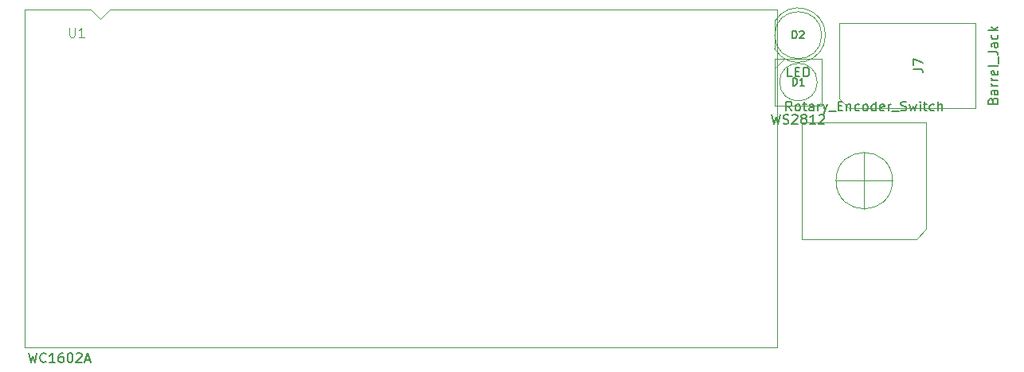
<source format=gbr>
G04 #@! TF.GenerationSoftware,KiCad,Pcbnew,(5.1.4)-1*
G04 #@! TF.CreationDate,2019-11-24T22:27:53-03:30*
G04 #@! TF.ProjectId,Striduino,53747269-6475-4696-9e6f-2e6b69636164,rev?*
G04 #@! TF.SameCoordinates,Original*
G04 #@! TF.FileFunction,Other,Fab,Top*
%FSLAX46Y46*%
G04 Gerber Fmt 4.6, Leading zero omitted, Abs format (unit mm)*
G04 Created by KiCad (PCBNEW (5.1.4)-1) date 2019-11-24 22:27:53*
%MOMM*%
%LPD*%
G04 APERTURE LIST*
%ADD10C,0.100000*%
%ADD11C,0.120000*%
%ADD12C,0.150000*%
%ADD13C,0.200000*%
G04 APERTURE END LIST*
D10*
X59249100Y-113749300D02*
X58249100Y-114749300D01*
X58249100Y-114749300D02*
X57249100Y-113749300D01*
X57249100Y-113749300D02*
X50249100Y-113749300D01*
X59249100Y-113749300D02*
X130249100Y-113749300D01*
X130249100Y-113749300D02*
X130249100Y-149749300D01*
X130249100Y-149749300D02*
X50249100Y-149749300D01*
X50249100Y-149749300D02*
X50249100Y-113749300D01*
X137850000Y-124250000D02*
X136850000Y-123250000D01*
X136850000Y-115250000D02*
X136850000Y-123250000D01*
X136850000Y-115250000D02*
X151350000Y-115250000D01*
X151350000Y-115250000D02*
X151350000Y-124250000D01*
X151350000Y-124250000D02*
X137850000Y-124250000D01*
D11*
X142500000Y-132000000D02*
X136500000Y-132000000D01*
X139500000Y-135000000D02*
X139500000Y-129000000D01*
X146100000Y-137100000D02*
X145100000Y-138200000D01*
X146100000Y-125800000D02*
X146100000Y-137100000D01*
X132900000Y-125800000D02*
X146100000Y-125800000D01*
X132900000Y-138200000D02*
X132900000Y-125800000D01*
X145100000Y-138200000D02*
X132900000Y-138200000D01*
X142500000Y-132000000D02*
G75*
G03X142500000Y-132000000I-3000000J0D01*
G01*
D10*
X130000000Y-120000000D02*
X131000000Y-119000000D01*
X130000000Y-119000000D02*
X135000000Y-119000000D01*
X135000000Y-119000000D02*
X135000000Y-124000000D01*
X135000000Y-124000000D02*
X130000000Y-124000000D01*
X130000000Y-124000000D02*
X130000000Y-119000000D01*
X134500000Y-121500000D02*
G75*
G03X134500000Y-121500000I-2000000J0D01*
G01*
X129979984Y-117969666D02*
G75*
G03X129980000Y-115030306I2500016J1469666D01*
G01*
X134980000Y-116500000D02*
G75*
G03X134980000Y-116500000I-2500000J0D01*
G01*
X129980000Y-115030306D02*
X129980000Y-117969694D01*
D12*
X50677195Y-150361680D02*
X50915290Y-151361680D01*
X51105766Y-150647395D01*
X51296242Y-151361680D01*
X51534338Y-150361680D01*
X52486719Y-151266442D02*
X52439100Y-151314061D01*
X52296242Y-151361680D01*
X52201004Y-151361680D01*
X52058147Y-151314061D01*
X51962909Y-151218823D01*
X51915290Y-151123585D01*
X51867671Y-150933109D01*
X51867671Y-150790252D01*
X51915290Y-150599776D01*
X51962909Y-150504538D01*
X52058147Y-150409300D01*
X52201004Y-150361680D01*
X52296242Y-150361680D01*
X52439100Y-150409300D01*
X52486719Y-150456919D01*
X53439100Y-151361680D02*
X52867671Y-151361680D01*
X53153385Y-151361680D02*
X53153385Y-150361680D01*
X53058147Y-150504538D01*
X52962909Y-150599776D01*
X52867671Y-150647395D01*
X54296242Y-150361680D02*
X54105766Y-150361680D01*
X54010528Y-150409300D01*
X53962909Y-150456919D01*
X53867671Y-150599776D01*
X53820052Y-150790252D01*
X53820052Y-151171204D01*
X53867671Y-151266442D01*
X53915290Y-151314061D01*
X54010528Y-151361680D01*
X54201004Y-151361680D01*
X54296242Y-151314061D01*
X54343861Y-151266442D01*
X54391480Y-151171204D01*
X54391480Y-150933109D01*
X54343861Y-150837871D01*
X54296242Y-150790252D01*
X54201004Y-150742633D01*
X54010528Y-150742633D01*
X53915290Y-150790252D01*
X53867671Y-150837871D01*
X53820052Y-150933109D01*
X55010528Y-150361680D02*
X55105766Y-150361680D01*
X55201004Y-150409300D01*
X55248623Y-150456919D01*
X55296242Y-150552157D01*
X55343861Y-150742633D01*
X55343861Y-150980728D01*
X55296242Y-151171204D01*
X55248623Y-151266442D01*
X55201004Y-151314061D01*
X55105766Y-151361680D01*
X55010528Y-151361680D01*
X54915290Y-151314061D01*
X54867671Y-151266442D01*
X54820052Y-151171204D01*
X54772433Y-150980728D01*
X54772433Y-150742633D01*
X54820052Y-150552157D01*
X54867671Y-150456919D01*
X54915290Y-150409300D01*
X55010528Y-150361680D01*
X55724814Y-150456919D02*
X55772433Y-150409300D01*
X55867671Y-150361680D01*
X56105766Y-150361680D01*
X56201004Y-150409300D01*
X56248623Y-150456919D01*
X56296242Y-150552157D01*
X56296242Y-150647395D01*
X56248623Y-150790252D01*
X55677195Y-151361680D01*
X56296242Y-151361680D01*
X56677195Y-151075966D02*
X57153385Y-151075966D01*
X56581957Y-151361680D02*
X56915290Y-150361680D01*
X57248623Y-151361680D01*
D10*
X54988095Y-115702380D02*
X54988095Y-116511904D01*
X55035714Y-116607142D01*
X55083333Y-116654761D01*
X55178571Y-116702380D01*
X55369047Y-116702380D01*
X55464285Y-116654761D01*
X55511904Y-116607142D01*
X55559523Y-116511904D01*
X55559523Y-115702380D01*
X56559523Y-116702380D02*
X55988095Y-116702380D01*
X56273809Y-116702380D02*
X56273809Y-115702380D01*
X56178571Y-115845238D01*
X56083333Y-115940476D01*
X55988095Y-115988095D01*
D12*
X153178571Y-123488095D02*
X153226190Y-123345238D01*
X153273809Y-123297619D01*
X153369047Y-123250000D01*
X153511904Y-123250000D01*
X153607142Y-123297619D01*
X153654761Y-123345238D01*
X153702380Y-123440476D01*
X153702380Y-123821428D01*
X152702380Y-123821428D01*
X152702380Y-123488095D01*
X152750000Y-123392857D01*
X152797619Y-123345238D01*
X152892857Y-123297619D01*
X152988095Y-123297619D01*
X153083333Y-123345238D01*
X153130952Y-123392857D01*
X153178571Y-123488095D01*
X153178571Y-123821428D01*
X153702380Y-122392857D02*
X153178571Y-122392857D01*
X153083333Y-122440476D01*
X153035714Y-122535714D01*
X153035714Y-122726190D01*
X153083333Y-122821428D01*
X153654761Y-122392857D02*
X153702380Y-122488095D01*
X153702380Y-122726190D01*
X153654761Y-122821428D01*
X153559523Y-122869047D01*
X153464285Y-122869047D01*
X153369047Y-122821428D01*
X153321428Y-122726190D01*
X153321428Y-122488095D01*
X153273809Y-122392857D01*
X153702380Y-121916666D02*
X153035714Y-121916666D01*
X153226190Y-121916666D02*
X153130952Y-121869047D01*
X153083333Y-121821428D01*
X153035714Y-121726190D01*
X153035714Y-121630952D01*
X153702380Y-121297619D02*
X153035714Y-121297619D01*
X153226190Y-121297619D02*
X153130952Y-121250000D01*
X153083333Y-121202380D01*
X153035714Y-121107142D01*
X153035714Y-121011904D01*
X153654761Y-120297619D02*
X153702380Y-120392857D01*
X153702380Y-120583333D01*
X153654761Y-120678571D01*
X153559523Y-120726190D01*
X153178571Y-120726190D01*
X153083333Y-120678571D01*
X153035714Y-120583333D01*
X153035714Y-120392857D01*
X153083333Y-120297619D01*
X153178571Y-120250000D01*
X153273809Y-120250000D01*
X153369047Y-120726190D01*
X153702380Y-119678571D02*
X153654761Y-119773809D01*
X153559523Y-119821428D01*
X152702380Y-119821428D01*
X153797619Y-119535714D02*
X153797619Y-118773809D01*
X152702380Y-118250000D02*
X153416666Y-118250000D01*
X153559523Y-118297619D01*
X153654761Y-118392857D01*
X153702380Y-118535714D01*
X153702380Y-118630952D01*
X153702380Y-117345238D02*
X153178571Y-117345238D01*
X153083333Y-117392857D01*
X153035714Y-117488095D01*
X153035714Y-117678571D01*
X153083333Y-117773809D01*
X153654761Y-117345238D02*
X153702380Y-117440476D01*
X153702380Y-117678571D01*
X153654761Y-117773809D01*
X153559523Y-117821428D01*
X153464285Y-117821428D01*
X153369047Y-117773809D01*
X153321428Y-117678571D01*
X153321428Y-117440476D01*
X153273809Y-117345238D01*
X153654761Y-116440476D02*
X153702380Y-116535714D01*
X153702380Y-116726190D01*
X153654761Y-116821428D01*
X153607142Y-116869047D01*
X153511904Y-116916666D01*
X153226190Y-116916666D01*
X153130952Y-116869047D01*
X153083333Y-116821428D01*
X153035714Y-116726190D01*
X153035714Y-116535714D01*
X153083333Y-116440476D01*
X153702380Y-116011904D02*
X152702380Y-116011904D01*
X153321428Y-115916666D02*
X153702380Y-115630952D01*
X153035714Y-115630952D02*
X153416666Y-116011904D01*
X144702380Y-120083333D02*
X145416666Y-120083333D01*
X145559523Y-120130952D01*
X145654761Y-120226190D01*
X145702380Y-120369047D01*
X145702380Y-120464285D01*
X144702380Y-119702380D02*
X144702380Y-119035714D01*
X145702380Y-119464285D01*
X131785714Y-124552380D02*
X131452380Y-124076190D01*
X131214285Y-124552380D02*
X131214285Y-123552380D01*
X131595238Y-123552380D01*
X131690476Y-123600000D01*
X131738095Y-123647619D01*
X131785714Y-123742857D01*
X131785714Y-123885714D01*
X131738095Y-123980952D01*
X131690476Y-124028571D01*
X131595238Y-124076190D01*
X131214285Y-124076190D01*
X132357142Y-124552380D02*
X132261904Y-124504761D01*
X132214285Y-124457142D01*
X132166666Y-124361904D01*
X132166666Y-124076190D01*
X132214285Y-123980952D01*
X132261904Y-123933333D01*
X132357142Y-123885714D01*
X132500000Y-123885714D01*
X132595238Y-123933333D01*
X132642857Y-123980952D01*
X132690476Y-124076190D01*
X132690476Y-124361904D01*
X132642857Y-124457142D01*
X132595238Y-124504761D01*
X132500000Y-124552380D01*
X132357142Y-124552380D01*
X132976190Y-123885714D02*
X133357142Y-123885714D01*
X133119047Y-123552380D02*
X133119047Y-124409523D01*
X133166666Y-124504761D01*
X133261904Y-124552380D01*
X133357142Y-124552380D01*
X134119047Y-124552380D02*
X134119047Y-124028571D01*
X134071428Y-123933333D01*
X133976190Y-123885714D01*
X133785714Y-123885714D01*
X133690476Y-123933333D01*
X134119047Y-124504761D02*
X134023809Y-124552380D01*
X133785714Y-124552380D01*
X133690476Y-124504761D01*
X133642857Y-124409523D01*
X133642857Y-124314285D01*
X133690476Y-124219047D01*
X133785714Y-124171428D01*
X134023809Y-124171428D01*
X134119047Y-124123809D01*
X134595238Y-124552380D02*
X134595238Y-123885714D01*
X134595238Y-124076190D02*
X134642857Y-123980952D01*
X134690476Y-123933333D01*
X134785714Y-123885714D01*
X134880952Y-123885714D01*
X135119047Y-123885714D02*
X135357142Y-124552380D01*
X135595238Y-123885714D02*
X135357142Y-124552380D01*
X135261904Y-124790476D01*
X135214285Y-124838095D01*
X135119047Y-124885714D01*
X135738095Y-124647619D02*
X136500000Y-124647619D01*
X136738095Y-124028571D02*
X137071428Y-124028571D01*
X137214285Y-124552380D02*
X136738095Y-124552380D01*
X136738095Y-123552380D01*
X137214285Y-123552380D01*
X137642857Y-123885714D02*
X137642857Y-124552380D01*
X137642857Y-123980952D02*
X137690476Y-123933333D01*
X137785714Y-123885714D01*
X137928571Y-123885714D01*
X138023809Y-123933333D01*
X138071428Y-124028571D01*
X138071428Y-124552380D01*
X138976190Y-124504761D02*
X138880952Y-124552380D01*
X138690476Y-124552380D01*
X138595238Y-124504761D01*
X138547619Y-124457142D01*
X138500000Y-124361904D01*
X138500000Y-124076190D01*
X138547619Y-123980952D01*
X138595238Y-123933333D01*
X138690476Y-123885714D01*
X138880952Y-123885714D01*
X138976190Y-123933333D01*
X139547619Y-124552380D02*
X139452380Y-124504761D01*
X139404761Y-124457142D01*
X139357142Y-124361904D01*
X139357142Y-124076190D01*
X139404761Y-123980952D01*
X139452380Y-123933333D01*
X139547619Y-123885714D01*
X139690476Y-123885714D01*
X139785714Y-123933333D01*
X139833333Y-123980952D01*
X139880952Y-124076190D01*
X139880952Y-124361904D01*
X139833333Y-124457142D01*
X139785714Y-124504761D01*
X139690476Y-124552380D01*
X139547619Y-124552380D01*
X140738095Y-124552380D02*
X140738095Y-123552380D01*
X140738095Y-124504761D02*
X140642857Y-124552380D01*
X140452380Y-124552380D01*
X140357142Y-124504761D01*
X140309523Y-124457142D01*
X140261904Y-124361904D01*
X140261904Y-124076190D01*
X140309523Y-123980952D01*
X140357142Y-123933333D01*
X140452380Y-123885714D01*
X140642857Y-123885714D01*
X140738095Y-123933333D01*
X141595238Y-124504761D02*
X141500000Y-124552380D01*
X141309523Y-124552380D01*
X141214285Y-124504761D01*
X141166666Y-124409523D01*
X141166666Y-124028571D01*
X141214285Y-123933333D01*
X141309523Y-123885714D01*
X141500000Y-123885714D01*
X141595238Y-123933333D01*
X141642857Y-124028571D01*
X141642857Y-124123809D01*
X141166666Y-124219047D01*
X142071428Y-124552380D02*
X142071428Y-123885714D01*
X142071428Y-124076190D02*
X142119047Y-123980952D01*
X142166666Y-123933333D01*
X142261904Y-123885714D01*
X142357142Y-123885714D01*
X142452380Y-124647619D02*
X143214285Y-124647619D01*
X143404761Y-124504761D02*
X143547619Y-124552380D01*
X143785714Y-124552380D01*
X143880952Y-124504761D01*
X143928571Y-124457142D01*
X143976190Y-124361904D01*
X143976190Y-124266666D01*
X143928571Y-124171428D01*
X143880952Y-124123809D01*
X143785714Y-124076190D01*
X143595238Y-124028571D01*
X143500000Y-123980952D01*
X143452380Y-123933333D01*
X143404761Y-123838095D01*
X143404761Y-123742857D01*
X143452380Y-123647619D01*
X143500000Y-123600000D01*
X143595238Y-123552380D01*
X143833333Y-123552380D01*
X143976190Y-123600000D01*
X144309523Y-123885714D02*
X144500000Y-124552380D01*
X144690476Y-124076190D01*
X144880952Y-124552380D01*
X145071428Y-123885714D01*
X145452380Y-124552380D02*
X145452380Y-123885714D01*
X145452380Y-123552380D02*
X145404761Y-123600000D01*
X145452380Y-123647619D01*
X145500000Y-123600000D01*
X145452380Y-123552380D01*
X145452380Y-123647619D01*
X145785714Y-123885714D02*
X146166666Y-123885714D01*
X145928571Y-123552380D02*
X145928571Y-124409523D01*
X145976190Y-124504761D01*
X146071428Y-124552380D01*
X146166666Y-124552380D01*
X146928571Y-124504761D02*
X146833333Y-124552380D01*
X146642857Y-124552380D01*
X146547619Y-124504761D01*
X146500000Y-124457142D01*
X146452380Y-124361904D01*
X146452380Y-124076190D01*
X146500000Y-123980952D01*
X146547619Y-123933333D01*
X146642857Y-123885714D01*
X146833333Y-123885714D01*
X146928571Y-123933333D01*
X147357142Y-124552380D02*
X147357142Y-123552380D01*
X147785714Y-124552380D02*
X147785714Y-124028571D01*
X147738095Y-123933333D01*
X147642857Y-123885714D01*
X147500000Y-123885714D01*
X147404761Y-123933333D01*
X147357142Y-123980952D01*
X129690476Y-124952380D02*
X129928571Y-125952380D01*
X130119047Y-125238095D01*
X130309523Y-125952380D01*
X130547619Y-124952380D01*
X130880952Y-125904761D02*
X131023809Y-125952380D01*
X131261904Y-125952380D01*
X131357142Y-125904761D01*
X131404761Y-125857142D01*
X131452380Y-125761904D01*
X131452380Y-125666666D01*
X131404761Y-125571428D01*
X131357142Y-125523809D01*
X131261904Y-125476190D01*
X131071428Y-125428571D01*
X130976190Y-125380952D01*
X130928571Y-125333333D01*
X130880952Y-125238095D01*
X130880952Y-125142857D01*
X130928571Y-125047619D01*
X130976190Y-125000000D01*
X131071428Y-124952380D01*
X131309523Y-124952380D01*
X131452380Y-125000000D01*
X131833333Y-125047619D02*
X131880952Y-125000000D01*
X131976190Y-124952380D01*
X132214285Y-124952380D01*
X132309523Y-125000000D01*
X132357142Y-125047619D01*
X132404761Y-125142857D01*
X132404761Y-125238095D01*
X132357142Y-125380952D01*
X131785714Y-125952380D01*
X132404761Y-125952380D01*
X132976190Y-125380952D02*
X132880952Y-125333333D01*
X132833333Y-125285714D01*
X132785714Y-125190476D01*
X132785714Y-125142857D01*
X132833333Y-125047619D01*
X132880952Y-125000000D01*
X132976190Y-124952380D01*
X133166666Y-124952380D01*
X133261904Y-125000000D01*
X133309523Y-125047619D01*
X133357142Y-125142857D01*
X133357142Y-125190476D01*
X133309523Y-125285714D01*
X133261904Y-125333333D01*
X133166666Y-125380952D01*
X132976190Y-125380952D01*
X132880952Y-125428571D01*
X132833333Y-125476190D01*
X132785714Y-125571428D01*
X132785714Y-125761904D01*
X132833333Y-125857142D01*
X132880952Y-125904761D01*
X132976190Y-125952380D01*
X133166666Y-125952380D01*
X133261904Y-125904761D01*
X133309523Y-125857142D01*
X133357142Y-125761904D01*
X133357142Y-125571428D01*
X133309523Y-125476190D01*
X133261904Y-125428571D01*
X133166666Y-125380952D01*
X134309523Y-125952380D02*
X133738095Y-125952380D01*
X134023809Y-125952380D02*
X134023809Y-124952380D01*
X133928571Y-125095238D01*
X133833333Y-125190476D01*
X133738095Y-125238095D01*
X134690476Y-125047619D02*
X134738095Y-125000000D01*
X134833333Y-124952380D01*
X135071428Y-124952380D01*
X135166666Y-125000000D01*
X135214285Y-125047619D01*
X135261904Y-125142857D01*
X135261904Y-125238095D01*
X135214285Y-125380952D01*
X134642857Y-125952380D01*
X135261904Y-125952380D01*
X131909523Y-121861904D02*
X131909523Y-121061904D01*
X132100000Y-121061904D01*
X132214285Y-121100000D01*
X132290476Y-121176190D01*
X132328571Y-121252380D01*
X132366666Y-121404761D01*
X132366666Y-121519047D01*
X132328571Y-121671428D01*
X132290476Y-121747619D01*
X132214285Y-121823809D01*
X132100000Y-121861904D01*
X131909523Y-121861904D01*
X133128571Y-121861904D02*
X132671428Y-121861904D01*
X132900000Y-121861904D02*
X132900000Y-121061904D01*
X132823809Y-121176190D01*
X132747619Y-121252380D01*
X132671428Y-121290476D01*
X131837142Y-120912380D02*
X131360952Y-120912380D01*
X131360952Y-119912380D01*
X132170476Y-120388571D02*
X132503809Y-120388571D01*
X132646666Y-120912380D02*
X132170476Y-120912380D01*
X132170476Y-119912380D01*
X132646666Y-119912380D01*
X133075238Y-120912380D02*
X133075238Y-119912380D01*
X133313333Y-119912380D01*
X133456190Y-119960000D01*
X133551428Y-120055238D01*
X133599047Y-120150476D01*
X133646666Y-120340952D01*
X133646666Y-120483809D01*
X133599047Y-120674285D01*
X133551428Y-120769523D01*
X133456190Y-120864761D01*
X133313333Y-120912380D01*
X133075238Y-120912380D01*
D13*
X131869523Y-116861904D02*
X131869523Y-116061904D01*
X132060000Y-116061904D01*
X132174285Y-116100000D01*
X132250476Y-116176190D01*
X132288571Y-116252380D01*
X132326666Y-116404761D01*
X132326666Y-116519047D01*
X132288571Y-116671428D01*
X132250476Y-116747619D01*
X132174285Y-116823809D01*
X132060000Y-116861904D01*
X131869523Y-116861904D01*
X132631428Y-116138095D02*
X132669523Y-116100000D01*
X132745714Y-116061904D01*
X132936190Y-116061904D01*
X133012380Y-116100000D01*
X133050476Y-116138095D01*
X133088571Y-116214285D01*
X133088571Y-116290476D01*
X133050476Y-116404761D01*
X132593333Y-116861904D01*
X133088571Y-116861904D01*
M02*

</source>
